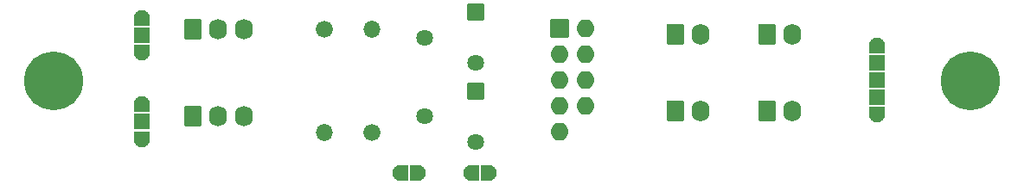
<source format=gts>
G04 #@! TF.GenerationSoftware,KiCad,Pcbnew,8.0.4*
G04 #@! TF.CreationDate,2024-08-20T15:03:28-04:00*
G04 #@! TF.ProjectId,VectexController,56656374-6578-4436-9f6e-74726f6c6c65,rev?*
G04 #@! TF.SameCoordinates,Original*
G04 #@! TF.FileFunction,Soldermask,Top*
G04 #@! TF.FilePolarity,Negative*
%FSLAX46Y46*%
G04 Gerber Fmt 4.6, Leading zero omitted, Abs format (unit mm)*
G04 Created by KiCad (PCBNEW 8.0.4) date 2024-08-20 15:03:28*
%MOMM*%
%LPD*%
G01*
G04 APERTURE LIST*
G04 Aperture macros list*
%AMRoundRect*
0 Rectangle with rounded corners*
0 $1 Rounding radius*
0 $2 $3 $4 $5 $6 $7 $8 $9 X,Y pos of 4 corners*
0 Add a 4 corners polygon primitive as box body*
4,1,4,$2,$3,$4,$5,$6,$7,$8,$9,$2,$3,0*
0 Add four circle primitives for the rounded corners*
1,1,$1+$1,$2,$3*
1,1,$1+$1,$4,$5*
1,1,$1+$1,$6,$7*
1,1,$1+$1,$8,$9*
0 Add four rect primitives between the rounded corners*
20,1,$1+$1,$2,$3,$4,$5,0*
20,1,$1+$1,$4,$5,$6,$7,0*
20,1,$1+$1,$6,$7,$8,$9,0*
20,1,$1+$1,$8,$9,$2,$3,0*%
%AMFreePoly0*
4,1,37,0.776870,0.776870,0.788000,0.750000,0.788000,-0.750000,0.776870,-0.776870,0.750000,-0.788000,0.000000,-0.788000,-0.003862,-0.787803,-0.155525,-0.772308,-0.163616,-0.770576,-0.328917,-0.715802,-0.336913,-0.712073,-0.485126,-0.620654,-0.492047,-0.615182,-0.615182,-0.492047,-0.620654,-0.485126,-0.712073,-0.336913,-0.715802,-0.328917,-0.770576,-0.163616,-0.772308,-0.155525,-0.787803,-0.003862,
-0.787803,0.003862,-0.772308,0.155525,-0.770576,0.163616,-0.715802,0.328917,-0.712073,0.336913,-0.620654,0.485126,-0.615182,0.492047,-0.492047,0.615182,-0.485126,0.620654,-0.336913,0.712073,-0.328917,0.715802,-0.163616,0.770576,-0.155525,0.772308,-0.003862,0.787803,0.000000,0.788000,0.750000,0.788000,0.776870,0.776870,0.776870,0.776870,$1*%
%AMFreePoly1*
4,1,37,0.003862,0.787803,0.155525,0.772308,0.163616,0.770576,0.328917,0.715802,0.336913,0.712073,0.485126,0.620654,0.492047,0.615182,0.615182,0.492047,0.620654,0.485126,0.712073,0.336913,0.715802,0.328917,0.770576,0.163616,0.772308,0.155525,0.787803,0.003862,0.787803,-0.003862,0.772308,-0.155525,0.770576,-0.163616,0.715802,-0.328917,0.712073,-0.336913,0.620654,-0.485126,
0.615182,-0.492047,0.492047,-0.615182,0.485126,-0.620654,0.336913,-0.712073,0.328917,-0.715802,0.163616,-0.770576,0.155525,-0.772308,0.003862,-0.787803,0.000000,-0.788000,-0.750000,-0.788000,-0.776870,-0.776870,-0.788000,-0.750000,-0.788000,0.750000,-0.776870,0.776870,-0.750000,0.788000,0.000000,0.788000,0.003862,0.787803,0.003862,0.787803,$1*%
G04 Aperture macros list end*
%ADD10FreePoly0,180.000000*%
%ADD11FreePoly1,180.000000*%
%ADD12RoundRect,0.038000X-0.850000X-0.850000X0.850000X-0.850000X0.850000X0.850000X-0.850000X0.850000X0*%
%ADD13O,1.776000X1.776000*%
%ADD14RoundRect,0.261177X-0.626823X-0.776823X0.626823X-0.776823X0.626823X0.776823X-0.626823X0.776823X0*%
%ADD15O,1.776000X2.076000*%
%ADD16RoundRect,0.261177X-0.626823X-0.751823X0.626823X-0.751823X0.626823X0.751823X-0.626823X0.751823X0*%
%ADD17O,1.776000X2.026000*%
%ADD18RoundRect,0.038000X-0.780000X0.780000X-0.780000X-0.780000X0.780000X-0.780000X0.780000X0.780000X0*%
%ADD19C,1.636000*%
%ADD20FreePoly0,270.000000*%
%ADD21RoundRect,0.038000X-0.750000X0.750000X-0.750000X-0.750000X0.750000X-0.750000X0.750000X0.750000X0*%
%ADD22FreePoly1,270.000000*%
%ADD23FreePoly0,0.000000*%
%ADD24FreePoly1,0.000000*%
%ADD25C,1.676000*%
%ADD26O,1.676000X1.676000*%
%ADD27C,3.676000*%
%ADD28C,5.776000*%
%ADD29FreePoly0,90.000000*%
%ADD30RoundRect,0.038000X0.750000X-0.750000X0.750000X0.750000X-0.750000X0.750000X-0.750000X-0.750000X0*%
%ADD31FreePoly1,90.000000*%
G04 APERTURE END LIST*
D10*
X150975000Y-94000000D03*
D11*
X149275000Y-94000000D03*
D12*
X157924466Y-79804466D03*
D13*
X160464466Y-79804466D03*
X157924466Y-82344466D03*
X160464466Y-82344466D03*
X157924466Y-84884466D03*
X160464466Y-84884466D03*
X157924466Y-87424466D03*
X160464466Y-87424466D03*
X157924466Y-89964466D03*
D14*
X178214466Y-80439466D03*
D15*
X180714466Y-80439466D03*
D16*
X121964466Y-88439466D03*
D17*
X124464466Y-88439466D03*
X126964466Y-88439466D03*
D18*
X149704466Y-78224466D03*
D19*
X144704466Y-80724466D03*
X149704466Y-83224466D03*
D18*
X149704466Y-85964466D03*
D19*
X144704466Y-88464466D03*
X149704466Y-90964466D03*
D20*
X117000000Y-78800000D03*
D21*
X117000000Y-80500000D03*
D22*
X117000000Y-82200000D03*
D23*
X142350000Y-94000000D03*
D24*
X144050000Y-94000000D03*
D20*
X189000000Y-81500000D03*
D21*
X189000000Y-83200000D03*
X189000000Y-84900000D03*
X189000000Y-86600000D03*
D22*
X189000000Y-88300000D03*
D25*
X139500000Y-90080000D03*
D26*
X139500000Y-79920000D03*
D25*
X134914466Y-79884466D03*
D26*
X134914466Y-90044466D03*
D14*
X178214466Y-87964466D03*
D15*
X180714466Y-87964466D03*
D27*
X198100000Y-85000000D03*
D28*
X198100000Y-85000000D03*
D14*
X169214466Y-87939466D03*
D15*
X171714466Y-87939466D03*
D27*
X108400000Y-85000000D03*
D28*
X108400000Y-85000000D03*
D14*
X169214466Y-80439466D03*
D15*
X171714466Y-80439466D03*
D16*
X121964466Y-79939466D03*
D17*
X124464466Y-79939466D03*
X126964466Y-79939466D03*
D29*
X117000000Y-90700000D03*
D30*
X117000000Y-89000000D03*
D31*
X117000000Y-87300000D03*
M02*

</source>
